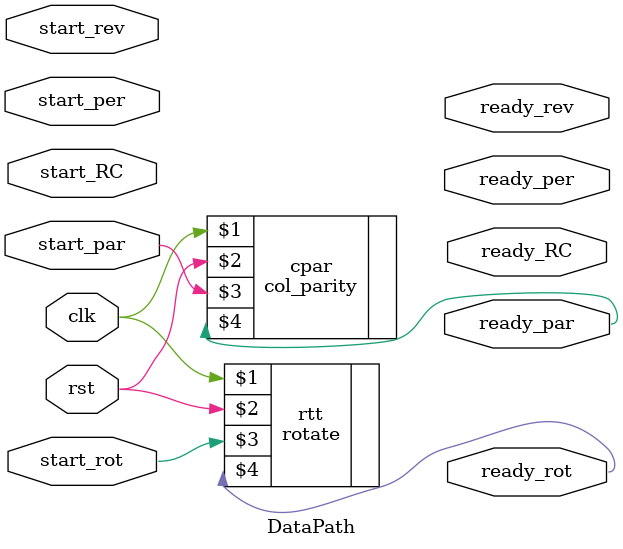
<source format=v>
`timescale 1ns/1ns
module DataPath(
	clk,
	rst, 
	start_par,
    	start_rot, 
    	start_per,  
    	start_rev, 
    	start_RC,

	ready_par, 
	ready_rot, 
	ready_per, 
	ready_rev, 
	ready_RC
);

  input clk, rst, start_par, start_rot, start_per, start_rev, start_RC;
  output ready_par, ready_rot, ready_per, ready_rev, ready_RC;

/* 
  reg [0:24] file2par [0:63];
  wire [0:24] par2rot [0:63];
  wire [0:24] rot2per [0:63];
  wire [0:24] per2rev [0:63];
  wire [0:24] rev2rc [0:63];
  wire [0:24] rc2file [0:63];
                           
*/
  col_parity cpar(clk, rst, start_par, ready_par);

  rotate rtt(clk, rst, start_rot, ready_rot);
/*
  permute(clk, rst, start_per, ready_per, .in_mem(rot2per), .out_mem(per2rev));

  revaluate(clk, rst, start_rev, ready_rev, .in_mem(per2rev), .out_mem(rev2rc));

  add_RC(clk, rst, start_rc, ready_rc, .in_mem(rev2rc), .out_mem(rc2file));
 
  
 
 */ 
endmodule


</source>
